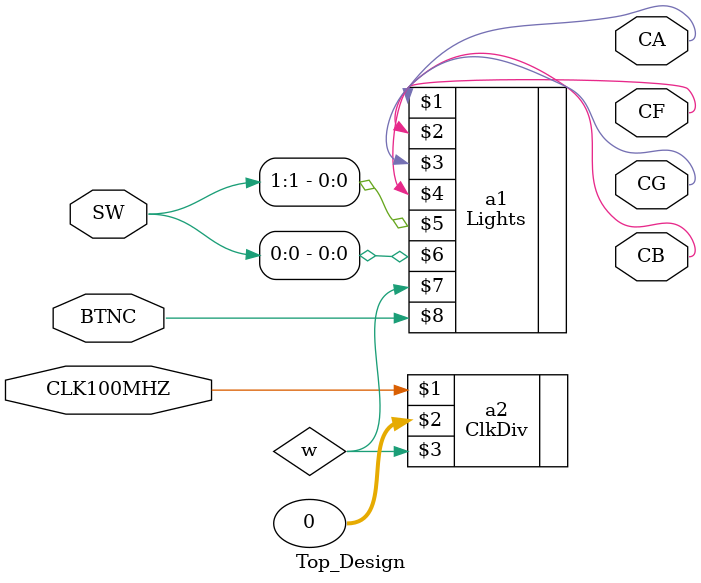
<source format=v>
`timescale 1ns / 1ps

module Top_Design(CLK100MHZ, BTNC, SW, CA, CB, CF, CG);
    input CLK100MHZ, BTNC;
    input [1:0] SW; //SW[1] is L, SW[0] is R
    output CA, CB, CF, CG;
    wire w;
    
   	Lights a1(CA, CF, CG, CB, SW[1], SW[0], w, BTNC);
	ClkDiv a2(CLK100MHZ, 0, w);

    
endmodule
</source>
